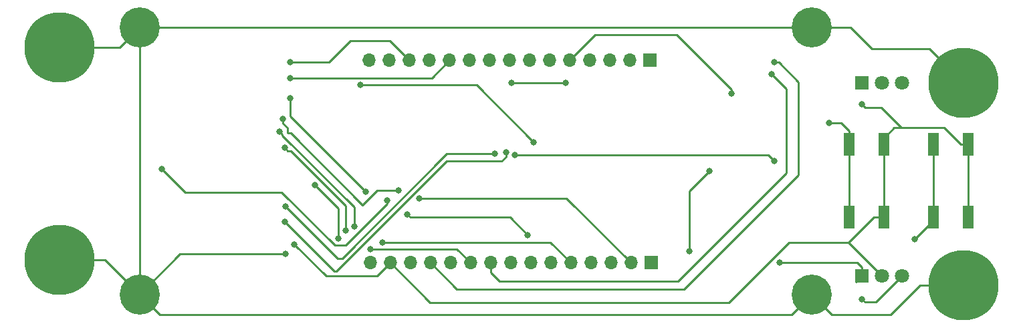
<source format=gbr>
G04 #@! TF.GenerationSoftware,KiCad,Pcbnew,(5.1.4)-1*
G04 #@! TF.CreationDate,2020-03-13T16:12:29-04:00*
G04 #@! TF.ProjectId,DriverDisplay4,44726976-6572-4446-9973-706c6179342e,rev?*
G04 #@! TF.SameCoordinates,Original*
G04 #@! TF.FileFunction,Copper,L2,Bot*
G04 #@! TF.FilePolarity,Positive*
%FSLAX46Y46*%
G04 Gerber Fmt 4.6, Leading zero omitted, Abs format (unit mm)*
G04 Created by KiCad (PCBNEW (5.1.4)-1) date 2020-03-13 16:12:29*
%MOMM*%
%LPD*%
G04 APERTURE LIST*
%ADD10C,5.080000*%
%ADD11O,1.700000X1.700000*%
%ADD12R,1.700000X1.700000*%
%ADD13R,1.800000X1.800000*%
%ADD14C,1.800000*%
%ADD15C,8.890000*%
%ADD16R,1.400000X3.000000*%
%ADD17C,0.800000*%
%ADD18C,0.250000*%
G04 APERTURE END LIST*
D10*
X83536000Y-70836000D03*
X168626000Y-70836000D03*
X168626000Y-104643400D03*
X83536000Y-104643400D03*
D11*
X112740000Y-100660000D03*
X115280000Y-100660000D03*
X117820000Y-100660000D03*
X120360000Y-100660000D03*
X122900000Y-100660000D03*
X125440000Y-100660000D03*
X127980000Y-100660000D03*
X130520000Y-100660000D03*
X133060000Y-100660000D03*
X135600000Y-100660000D03*
X138140000Y-100660000D03*
X140680000Y-100660000D03*
X143220000Y-100660000D03*
X145760000Y-100660000D03*
D12*
X148300000Y-100660000D03*
X148300000Y-100660000D03*
D11*
X145760000Y-100660000D03*
X143220000Y-100660000D03*
X140680000Y-100660000D03*
X138140000Y-100660000D03*
X135600000Y-100660000D03*
X133060000Y-100660000D03*
X130520000Y-100660000D03*
X127980000Y-100660000D03*
X125440000Y-100660000D03*
X122900000Y-100660000D03*
X120360000Y-100660000D03*
X117820000Y-100660000D03*
X115280000Y-100660000D03*
X112740000Y-100660000D03*
X112640000Y-74960000D03*
X115180000Y-74960000D03*
X117720000Y-74960000D03*
X120260000Y-74960000D03*
X122800000Y-74960000D03*
X125340000Y-74960000D03*
X127880000Y-74960000D03*
X130420000Y-74960000D03*
X132960000Y-74960000D03*
X135500000Y-74960000D03*
X138040000Y-74960000D03*
X140580000Y-74960000D03*
X143120000Y-74960000D03*
X145660000Y-74960000D03*
D12*
X148200000Y-74960000D03*
X148200000Y-74960000D03*
D11*
X145660000Y-74960000D03*
X143120000Y-74960000D03*
X140580000Y-74960000D03*
X138040000Y-74960000D03*
X135500000Y-74960000D03*
X132960000Y-74960000D03*
X130420000Y-74960000D03*
X127880000Y-74960000D03*
X125340000Y-74960000D03*
X122800000Y-74960000D03*
X120260000Y-74960000D03*
X117720000Y-74960000D03*
X115180000Y-74960000D03*
X112640000Y-74960000D03*
D13*
X175020000Y-77862000D03*
D14*
X177560000Y-77862000D03*
X180100000Y-77862000D03*
X180100000Y-102350000D03*
X177560000Y-102350000D03*
D13*
X175020000Y-102350000D03*
D15*
X73406000Y-73329800D03*
X73406000Y-100253800D03*
X187909200Y-77876400D03*
X187909200Y-103479600D03*
D16*
X188483600Y-94871600D03*
X184083600Y-94871600D03*
X184083600Y-85671600D03*
X188483600Y-85671600D03*
X177790200Y-85671600D03*
X173390200Y-85671600D03*
X173390200Y-94871600D03*
X177790200Y-94871600D03*
D17*
X103124000Y-98298000D03*
X175000000Y-80594000D03*
X175000000Y-105250000D03*
X164592000Y-100584000D03*
X155702000Y-89027000D03*
X153162000Y-99187000D03*
X108712000Y-97536000D03*
X105780278Y-90815722D03*
X102616000Y-79756000D03*
X112198854Y-91624854D03*
X163892361Y-75248639D03*
X112776000Y-98950000D03*
X109687680Y-96540160D03*
X101908470Y-86051530D03*
X163576000Y-76708000D03*
X137541000Y-77851000D03*
X130683000Y-77851000D03*
X114300000Y-98044000D03*
X110744000Y-96012000D03*
X101231488Y-84002146D03*
X118942831Y-92526831D03*
X116332000Y-91440000D03*
X101709990Y-82398725D03*
X102616000Y-75184000D03*
X102616000Y-77216000D03*
X170830000Y-82900000D03*
X181740000Y-97640000D03*
X163957000Y-87757000D03*
X131064000Y-86995000D03*
X111506000Y-78122000D03*
X133477000Y-85344000D03*
X101964710Y-95487710D03*
X129933839Y-86652182D03*
X101996710Y-93487710D03*
X128501011Y-86845002D03*
X158505000Y-79239000D03*
X102055442Y-99515442D03*
X86360000Y-88773000D03*
X114935000Y-92710000D03*
X117475000Y-94488000D03*
X132715000Y-97138000D03*
D18*
X113585980Y-102354020D02*
X114430001Y-101509999D01*
X114430001Y-101509999D02*
X115280000Y-100660000D01*
X158171118Y-105664000D02*
X120284000Y-105664000D01*
X120284000Y-105664000D02*
X115280000Y-100660000D01*
X113585980Y-102354020D02*
X107180020Y-102354020D01*
X107180020Y-102354020D02*
X103124000Y-98298000D01*
X177435999Y-80993999D02*
X179990999Y-83548999D01*
X175399999Y-80993999D02*
X177435999Y-80993999D01*
X175000000Y-80594000D02*
X175399999Y-80993999D01*
X177560000Y-102350000D02*
X173290200Y-98080200D01*
X177790200Y-84871600D02*
X177790200Y-85671600D01*
X179112801Y-83548999D02*
X177790200Y-84871600D01*
X179990999Y-83548999D02*
X179112801Y-83548999D01*
X187533600Y-85671600D02*
X188483600Y-85671600D01*
X185410999Y-83548999D02*
X187533600Y-85671600D01*
X179990999Y-83548999D02*
X185410999Y-83548999D01*
X176498800Y-94871600D02*
X177790200Y-94871600D01*
X173290200Y-98080200D02*
X176498800Y-94871600D01*
X165754918Y-98080200D02*
X173290200Y-98080200D01*
X158171118Y-105664000D02*
X165754918Y-98080200D01*
X177790200Y-87421600D02*
X177790200Y-94871600D01*
X177790200Y-85671600D02*
X177790200Y-87421600D01*
X188483600Y-87421600D02*
X188483600Y-94871600D01*
X188483600Y-85671600D02*
X188483600Y-87421600D01*
X176800001Y-105649999D02*
X176975000Y-105475000D01*
X175399999Y-105649999D02*
X176800001Y-105649999D01*
X175000000Y-105250000D02*
X175399999Y-105649999D01*
X176826000Y-105624000D02*
X176975000Y-105475000D01*
X176975000Y-105475000D02*
X180100000Y-102350000D01*
X174286000Y-103084000D02*
X175020000Y-102350000D01*
X175020000Y-101200000D02*
X175020000Y-102350000D01*
X174404000Y-100584000D02*
X175020000Y-101200000D01*
X164592000Y-100584000D02*
X174404000Y-100584000D01*
X153162000Y-91567000D02*
X155702000Y-89027000D01*
X153162000Y-99187000D02*
X153162000Y-91567000D01*
X106180277Y-91215721D02*
X105780278Y-90815722D01*
X108712000Y-97536000D02*
X108712000Y-93747444D01*
X108712000Y-93747444D02*
X106180277Y-91215721D01*
X102616000Y-82042000D02*
X111798855Y-91224855D01*
X111798855Y-91224855D02*
X112198854Y-91624854D01*
X102616000Y-79756000D02*
X102616000Y-82042000D01*
X164529639Y-75248639D02*
X163892361Y-75248639D01*
X167005000Y-77724000D02*
X164529639Y-75248639D01*
X167005000Y-89535000D02*
X167005000Y-77724000D01*
X152527000Y-104013000D02*
X167005000Y-89535000D01*
X120360000Y-100660000D02*
X123713000Y-104013000D01*
X123713000Y-104013000D02*
X152527000Y-104013000D01*
X112776000Y-98950000D02*
X123730000Y-98950000D01*
X123730000Y-98950000D02*
X125440000Y-100660000D01*
X109687680Y-96479680D02*
X109687680Y-96540160D01*
X102308469Y-86451529D02*
X101908470Y-86051530D01*
X102697377Y-86451529D02*
X102308469Y-86451529D01*
X109687680Y-93441832D02*
X102697377Y-86451529D01*
X109687680Y-96540160D02*
X109687680Y-93441832D01*
X165457681Y-78589681D02*
X163576000Y-76708000D01*
X151765000Y-102997000D02*
X165457681Y-89304319D01*
X165457681Y-89304319D02*
X165457681Y-78589681D01*
X129114919Y-102997000D02*
X151765000Y-102997000D01*
X127980000Y-100660000D02*
X127980000Y-101862081D01*
X127980000Y-101862081D02*
X129114919Y-102997000D01*
X130683000Y-77851000D02*
X137541000Y-77851000D01*
X114300000Y-98044000D02*
X135524000Y-98044000D01*
X135524000Y-98044000D02*
X138140000Y-100660000D01*
X110744000Y-93605768D02*
X101631487Y-84493255D01*
X101631487Y-84493255D02*
X101631487Y-84402145D01*
X110744000Y-96012000D02*
X110744000Y-93605768D01*
X101631487Y-84402145D02*
X101231488Y-84002146D01*
X118942831Y-92526831D02*
X137626831Y-92526831D01*
X137626831Y-92526831D02*
X145760000Y-100660000D01*
X101709990Y-82970106D02*
X102252002Y-83512118D01*
X101709990Y-82398725D02*
X101709990Y-82970106D01*
X113665000Y-91440000D02*
X116332000Y-91440000D01*
X111780385Y-93324615D02*
X113665000Y-91440000D01*
X102677156Y-84221386D02*
X111780385Y-93324615D01*
X102252002Y-84221386D02*
X102677156Y-84221386D01*
X102252002Y-83512118D02*
X102252002Y-84221386D01*
X115277000Y-72517000D02*
X117720000Y-74960000D01*
X110236000Y-72517000D02*
X115277000Y-72517000D01*
X102616000Y-75184000D02*
X107569000Y-75184000D01*
X107569000Y-75184000D02*
X110236000Y-72517000D01*
X120544000Y-77216000D02*
X122800000Y-74960000D01*
X102616000Y-77216000D02*
X120544000Y-77216000D01*
X173390200Y-83921600D02*
X172368600Y-82900000D01*
X173390200Y-85671600D02*
X173390200Y-83921600D01*
X172368600Y-82900000D02*
X170830000Y-82900000D01*
X173390200Y-87421600D02*
X173390200Y-94871600D01*
X173390200Y-85671600D02*
X173390200Y-87421600D01*
X184083600Y-95296400D02*
X184083600Y-94871600D01*
X181740000Y-97640000D02*
X184083600Y-95296400D01*
X184083600Y-85671600D02*
X184083600Y-94871600D01*
X163957000Y-87757000D02*
X163195000Y-86995000D01*
X163195000Y-86995000D02*
X131629685Y-86995000D01*
X131629685Y-86995000D02*
X131064000Y-86995000D01*
X111506000Y-78122000D02*
X126255000Y-78122000D01*
X126255000Y-78122000D02*
X133477000Y-85344000D01*
X122414383Y-87774001D02*
X129377705Y-87774001D01*
X108200010Y-101723010D02*
X108465374Y-101723010D01*
X108465374Y-101723010D02*
X122414383Y-87774001D01*
X129377705Y-87774001D02*
X129933839Y-87217867D01*
X129933839Y-87217867D02*
X129933839Y-86652182D01*
X101964710Y-95487710D02*
X108200010Y-101723010D01*
X101996710Y-93487710D02*
X108619658Y-100110658D01*
X127935326Y-86845002D02*
X128501011Y-86845002D01*
X108619658Y-100110658D02*
X109185342Y-100110658D01*
X122450998Y-86845002D02*
X127935326Y-86845002D01*
X109185342Y-100110658D02*
X122450998Y-86845002D01*
X151586685Y-71755000D02*
X141245000Y-71755000D01*
X141245000Y-71755000D02*
X138040000Y-74960000D01*
X158505000Y-79239000D02*
X158505000Y-78673315D01*
X158505000Y-78673315D02*
X151586685Y-71755000D01*
X170180000Y-103124000D02*
X169672000Y-102616000D01*
X166086001Y-107183399D02*
X168626000Y-104643400D01*
X86075999Y-107183399D02*
X166086001Y-107183399D01*
X83536000Y-104643400D02*
X86075999Y-107183399D01*
X83536000Y-104643400D02*
X83536000Y-70836000D01*
X83536000Y-70836000D02*
X168626000Y-70836000D01*
X88663958Y-99515442D02*
X83536000Y-104643400D01*
X102055442Y-99515442D02*
X88663958Y-99515442D01*
X81042200Y-73329800D02*
X83536000Y-70836000D01*
X73406000Y-73329800D02*
X81042200Y-73329800D01*
X79146400Y-100253800D02*
X83536000Y-104643400D01*
X73406000Y-100253800D02*
X79146400Y-100253800D01*
X168626000Y-70836000D02*
X173586000Y-70836000D01*
X173586000Y-70836000D02*
X176250000Y-73500000D01*
X183532800Y-73500000D02*
X187909200Y-77876400D01*
X176250000Y-73500000D02*
X183532800Y-73500000D01*
X182341442Y-103479600D02*
X187909200Y-103479600D01*
X178637643Y-107183399D02*
X182341442Y-103479600D01*
X171165999Y-107183399D02*
X178637643Y-107183399D01*
X168626000Y-104643400D02*
X171165999Y-107183399D01*
X109654881Y-98442001D02*
X114935000Y-93161882D01*
X108277119Y-98442001D02*
X109654881Y-98442001D01*
X101556841Y-91721723D02*
X108277119Y-98442001D01*
X86360000Y-88773000D02*
X89308723Y-91721723D01*
X89308723Y-91721723D02*
X101556841Y-91721723D01*
X114935000Y-93161882D02*
X114935000Y-92710000D01*
X117874999Y-94887999D02*
X130447999Y-94887999D01*
X117475000Y-94488000D02*
X117874999Y-94887999D01*
X130447999Y-94887999D02*
X132698000Y-97138000D01*
X132698000Y-97138000D02*
X132715000Y-97138000D01*
M02*

</source>
